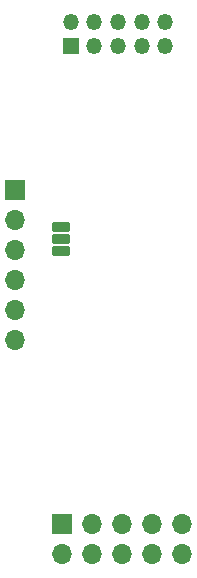
<source format=gbs>
G04 #@! TF.GenerationSoftware,KiCad,Pcbnew,8.0.0*
G04 #@! TF.CreationDate,2024-03-09T17:02:07-06:00*
G04 #@! TF.ProjectId,Sonde_Programmer_Adapter,536f6e64-655f-4507-926f-6772616d6d65,rev?*
G04 #@! TF.SameCoordinates,Original*
G04 #@! TF.FileFunction,Soldermask,Bot*
G04 #@! TF.FilePolarity,Negative*
%FSLAX46Y46*%
G04 Gerber Fmt 4.6, Leading zero omitted, Abs format (unit mm)*
G04 Created by KiCad (PCBNEW 8.0.0) date 2024-03-09 17:02:07*
%MOMM*%
%LPD*%
G01*
G04 APERTURE LIST*
G04 Aperture macros list*
%AMRoundRect*
0 Rectangle with rounded corners*
0 $1 Rounding radius*
0 $2 $3 $4 $5 $6 $7 $8 $9 X,Y pos of 4 corners*
0 Add a 4 corners polygon primitive as box body*
4,1,4,$2,$3,$4,$5,$6,$7,$8,$9,$2,$3,0*
0 Add four circle primitives for the rounded corners*
1,1,$1+$1,$2,$3*
1,1,$1+$1,$4,$5*
1,1,$1+$1,$6,$7*
1,1,$1+$1,$8,$9*
0 Add four rect primitives between the rounded corners*
20,1,$1+$1,$2,$3,$4,$5,0*
20,1,$1+$1,$4,$5,$6,$7,0*
20,1,$1+$1,$6,$7,$8,$9,0*
20,1,$1+$1,$8,$9,$2,$3,0*%
G04 Aperture macros list end*
%ADD10O,1.700000X1.700000*%
%ADD11R,1.700000X1.700000*%
%ADD12RoundRect,0.101600X0.635000X-0.317500X0.635000X0.317500X-0.635000X0.317500X-0.635000X-0.317500X0*%
%ADD13R,1.350000X1.350000*%
%ADD14O,1.350000X1.350000*%
G04 APERTURE END LIST*
D10*
X79781000Y-81940000D03*
X79781000Y-79400000D03*
X79781000Y-76860000D03*
X79781000Y-74320000D03*
X79781000Y-71780000D03*
D11*
X79781000Y-69240000D03*
D12*
X83667600Y-72415400D03*
X83667600Y-73431400D03*
X83667600Y-74447400D03*
D13*
X84519000Y-57007000D03*
D14*
X84519000Y-55007000D03*
X86519000Y-57007000D03*
X86519000Y-55007000D03*
X88519000Y-57007000D03*
X88519000Y-55007000D03*
X90519000Y-57007000D03*
X90519000Y-55007000D03*
X92519000Y-57007000D03*
X92519000Y-55007000D03*
D11*
X83820000Y-97536000D03*
D10*
X83820000Y-100076000D03*
X86360000Y-97536000D03*
X86360000Y-100076000D03*
X88900000Y-97536000D03*
X88900000Y-100076000D03*
X91440000Y-97536000D03*
X91440000Y-100076000D03*
X93980000Y-97536000D03*
X93980000Y-100076000D03*
M02*

</source>
